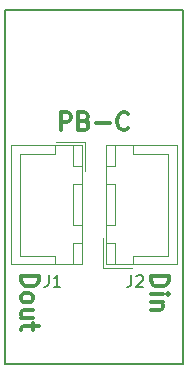
<source format=gbr>
%TF.GenerationSoftware,KiCad,Pcbnew,(5.0.0)*%
%TF.CreationDate,2018-12-15T00:02:50+01:00*%
%TF.ProjectId,addressable_led_board_V1.0,6164647265737361626C655F6C65645F,rev?*%
%TF.SameCoordinates,Original*%
%TF.FileFunction,Legend,Top*%
%TF.FilePolarity,Positive*%
%FSLAX46Y46*%
G04 Gerber Fmt 4.6, Leading zero omitted, Abs format (unit mm)*
G04 Created by KiCad (PCBNEW (5.0.0)) date 12/15/18 00:02:50*
%MOMM*%
%LPD*%
G01*
G04 APERTURE LIST*
%ADD10C,0.300000*%
%ADD11C,0.150000*%
%ADD12C,0.120000*%
G04 APERTURE END LIST*
D10*
X19678571Y-25178571D02*
X19678571Y-23678571D01*
X20250000Y-23678571D01*
X20392857Y-23750000D01*
X20464285Y-23821428D01*
X20535714Y-23964285D01*
X20535714Y-24178571D01*
X20464285Y-24321428D01*
X20392857Y-24392857D01*
X20250000Y-24464285D01*
X19678571Y-24464285D01*
X21678571Y-24392857D02*
X21892857Y-24464285D01*
X21964285Y-24535714D01*
X22035714Y-24678571D01*
X22035714Y-24892857D01*
X21964285Y-25035714D01*
X21892857Y-25107142D01*
X21750000Y-25178571D01*
X21178571Y-25178571D01*
X21178571Y-23678571D01*
X21678571Y-23678571D01*
X21821428Y-23750000D01*
X21892857Y-23821428D01*
X21964285Y-23964285D01*
X21964285Y-24107142D01*
X21892857Y-24250000D01*
X21821428Y-24321428D01*
X21678571Y-24392857D01*
X21178571Y-24392857D01*
X22678571Y-24607142D02*
X23821428Y-24607142D01*
X25392857Y-25035714D02*
X25321428Y-25107142D01*
X25107142Y-25178571D01*
X24964285Y-25178571D01*
X24750000Y-25107142D01*
X24607142Y-24964285D01*
X24535714Y-24821428D01*
X24464285Y-24535714D01*
X24464285Y-24321428D01*
X24535714Y-24035714D01*
X24607142Y-23892857D01*
X24750000Y-23750000D01*
X24964285Y-23678571D01*
X25107142Y-23678571D01*
X25321428Y-23750000D01*
X25392857Y-23821428D01*
X16321428Y-37552142D02*
X17821428Y-37552142D01*
X17821428Y-37909285D01*
X17750000Y-38123571D01*
X17607142Y-38266428D01*
X17464285Y-38337857D01*
X17178571Y-38409285D01*
X16964285Y-38409285D01*
X16678571Y-38337857D01*
X16535714Y-38266428D01*
X16392857Y-38123571D01*
X16321428Y-37909285D01*
X16321428Y-37552142D01*
X16321428Y-39266428D02*
X16392857Y-39123571D01*
X16464285Y-39052142D01*
X16607142Y-38980714D01*
X17035714Y-38980714D01*
X17178571Y-39052142D01*
X17250000Y-39123571D01*
X17321428Y-39266428D01*
X17321428Y-39480714D01*
X17250000Y-39623571D01*
X17178571Y-39695000D01*
X17035714Y-39766428D01*
X16607142Y-39766428D01*
X16464285Y-39695000D01*
X16392857Y-39623571D01*
X16321428Y-39480714D01*
X16321428Y-39266428D01*
X17321428Y-41052142D02*
X16321428Y-41052142D01*
X17321428Y-40409285D02*
X16535714Y-40409285D01*
X16392857Y-40480714D01*
X16321428Y-40623571D01*
X16321428Y-40837857D01*
X16392857Y-40980714D01*
X16464285Y-41052142D01*
X17321428Y-41552142D02*
X17321428Y-42123571D01*
X17821428Y-41766428D02*
X16535714Y-41766428D01*
X16392857Y-41837857D01*
X16321428Y-41980714D01*
X16321428Y-42123571D01*
X27321428Y-37552142D02*
X28821428Y-37552142D01*
X28821428Y-37909285D01*
X28750000Y-38123571D01*
X28607142Y-38266428D01*
X28464285Y-38337857D01*
X28178571Y-38409285D01*
X27964285Y-38409285D01*
X27678571Y-38337857D01*
X27535714Y-38266428D01*
X27392857Y-38123571D01*
X27321428Y-37909285D01*
X27321428Y-37552142D01*
X27321428Y-39052142D02*
X28321428Y-39052142D01*
X28821428Y-39052142D02*
X28750000Y-38980714D01*
X28678571Y-39052142D01*
X28750000Y-39123571D01*
X28821428Y-39052142D01*
X28678571Y-39052142D01*
X28321428Y-39766428D02*
X27321428Y-39766428D01*
X28178571Y-39766428D02*
X28250000Y-39837857D01*
X28321428Y-39980714D01*
X28321428Y-40195000D01*
X28250000Y-40337857D01*
X28107142Y-40409285D01*
X27321428Y-40409285D01*
D11*
X15000000Y-45000000D02*
X15000000Y-15000000D01*
X30000000Y-45000000D02*
X15000000Y-45000000D01*
X30000000Y-15000000D02*
X30000000Y-45000000D01*
X15000000Y-15000000D02*
X30000000Y-15000000D01*
D12*
X21450000Y-26450000D02*
X15500000Y-26450000D01*
X15500000Y-26450000D02*
X15500000Y-36550000D01*
X15500000Y-36550000D02*
X21450000Y-36550000D01*
X21450000Y-36550000D02*
X21450000Y-26450000D01*
X21450000Y-29750000D02*
X20700000Y-29750000D01*
X20700000Y-29750000D02*
X20700000Y-33250000D01*
X20700000Y-33250000D02*
X21450000Y-33250000D01*
X21450000Y-33250000D02*
X21450000Y-29750000D01*
X21450000Y-26450000D02*
X20700000Y-26450000D01*
X20700000Y-26450000D02*
X20700000Y-28250000D01*
X20700000Y-28250000D02*
X21450000Y-28250000D01*
X21450000Y-28250000D02*
X21450000Y-26450000D01*
X21450000Y-34750000D02*
X20700000Y-34750000D01*
X20700000Y-34750000D02*
X20700000Y-36550000D01*
X20700000Y-36550000D02*
X21450000Y-36550000D01*
X21450000Y-36550000D02*
X21450000Y-34750000D01*
X19200000Y-26450000D02*
X19200000Y-27200000D01*
X19200000Y-27200000D02*
X16250000Y-27200000D01*
X16250000Y-27200000D02*
X16250000Y-31500000D01*
X19200000Y-36550000D02*
X19200000Y-35800000D01*
X19200000Y-35800000D02*
X16250000Y-35800000D01*
X16250000Y-35800000D02*
X16250000Y-31500000D01*
X21750000Y-28650000D02*
X21750000Y-26150000D01*
X21750000Y-26150000D02*
X19250000Y-26150000D01*
X23550000Y-36550000D02*
X29500000Y-36550000D01*
X29500000Y-36550000D02*
X29500000Y-26450000D01*
X29500000Y-26450000D02*
X23550000Y-26450000D01*
X23550000Y-26450000D02*
X23550000Y-36550000D01*
X23550000Y-33250000D02*
X24300000Y-33250000D01*
X24300000Y-33250000D02*
X24300000Y-29750000D01*
X24300000Y-29750000D02*
X23550000Y-29750000D01*
X23550000Y-29750000D02*
X23550000Y-33250000D01*
X23550000Y-36550000D02*
X24300000Y-36550000D01*
X24300000Y-36550000D02*
X24300000Y-34750000D01*
X24300000Y-34750000D02*
X23550000Y-34750000D01*
X23550000Y-34750000D02*
X23550000Y-36550000D01*
X23550000Y-28250000D02*
X24300000Y-28250000D01*
X24300000Y-28250000D02*
X24300000Y-26450000D01*
X24300000Y-26450000D02*
X23550000Y-26450000D01*
X23550000Y-26450000D02*
X23550000Y-28250000D01*
X25800000Y-36550000D02*
X25800000Y-35800000D01*
X25800000Y-35800000D02*
X28750000Y-35800000D01*
X28750000Y-35800000D02*
X28750000Y-31500000D01*
X25800000Y-26450000D02*
X25800000Y-27200000D01*
X25800000Y-27200000D02*
X28750000Y-27200000D01*
X28750000Y-27200000D02*
X28750000Y-31500000D01*
X23250000Y-34350000D02*
X23250000Y-36850000D01*
X23250000Y-36850000D02*
X25750000Y-36850000D01*
D11*
X18666666Y-37452380D02*
X18666666Y-38166666D01*
X18619047Y-38309523D01*
X18523809Y-38404761D01*
X18380952Y-38452380D01*
X18285714Y-38452380D01*
X19666666Y-38452380D02*
X19095238Y-38452380D01*
X19380952Y-38452380D02*
X19380952Y-37452380D01*
X19285714Y-37595238D01*
X19190476Y-37690476D01*
X19095238Y-37738095D01*
X25666666Y-37452380D02*
X25666666Y-38166666D01*
X25619047Y-38309523D01*
X25523809Y-38404761D01*
X25380952Y-38452380D01*
X25285714Y-38452380D01*
X26095238Y-37547619D02*
X26142857Y-37500000D01*
X26238095Y-37452380D01*
X26476190Y-37452380D01*
X26571428Y-37500000D01*
X26619047Y-37547619D01*
X26666666Y-37642857D01*
X26666666Y-37738095D01*
X26619047Y-37880952D01*
X26047619Y-38452380D01*
X26666666Y-38452380D01*
M02*

</source>
